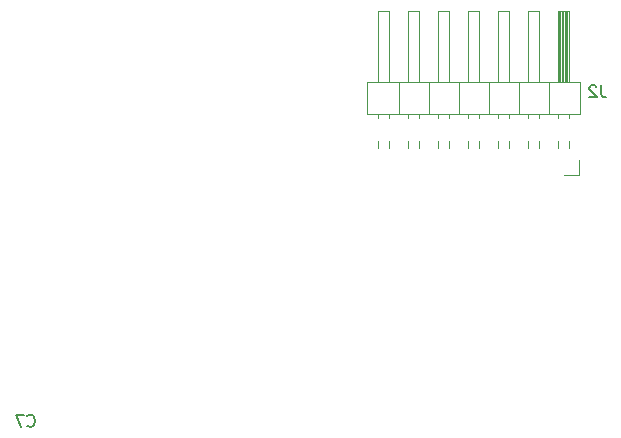
<source format=gbr>
G04 #@! TF.FileFunction,Legend,Bot*
%FSLAX46Y46*%
G04 Gerber Fmt 4.6, Leading zero omitted, Abs format (unit mm)*
G04 Created by KiCad (PCBNEW 4.0.6-e0-6349~52~ubuntu17.04.1) date Thu Jul  6 18:27:12 2017*
%MOMM*%
%LPD*%
G01*
G04 APERTURE LIST*
%ADD10C,0.100000*%
%ADD11C,0.120000*%
%ADD12C,0.150000*%
G04 APERTURE END LIST*
D10*
D11*
X176603000Y-95127000D02*
X173943000Y-95127000D01*
X173943000Y-95127000D02*
X173943000Y-92387000D01*
X173943000Y-92387000D02*
X176603000Y-92387000D01*
X176603000Y-92387000D02*
X176603000Y-95127000D01*
X175653000Y-92387000D02*
X174773000Y-92387000D01*
X174773000Y-92387000D02*
X174773000Y-86387000D01*
X174773000Y-86387000D02*
X175653000Y-86387000D01*
X175653000Y-86387000D02*
X175653000Y-92387000D01*
X175653000Y-95437000D02*
X175653000Y-95127000D01*
X174773000Y-95437000D02*
X174773000Y-95127000D01*
X175653000Y-97977000D02*
X175653000Y-97377000D01*
X174773000Y-97977000D02*
X174773000Y-97377000D01*
X175533000Y-92387000D02*
X175533000Y-86387000D01*
X175413000Y-92387000D02*
X175413000Y-86387000D01*
X175293000Y-92387000D02*
X175293000Y-86387000D01*
X175173000Y-92387000D02*
X175173000Y-86387000D01*
X175053000Y-92387000D02*
X175053000Y-86387000D01*
X174933000Y-92387000D02*
X174933000Y-86387000D01*
X174813000Y-92387000D02*
X174813000Y-86387000D01*
X173943000Y-95127000D02*
X171403000Y-95127000D01*
X171403000Y-95127000D02*
X171403000Y-92387000D01*
X171403000Y-92387000D02*
X173943000Y-92387000D01*
X173943000Y-92387000D02*
X173943000Y-95127000D01*
X173113000Y-92387000D02*
X172233000Y-92387000D01*
X172233000Y-92387000D02*
X172233000Y-86387000D01*
X172233000Y-86387000D02*
X173113000Y-86387000D01*
X173113000Y-86387000D02*
X173113000Y-92387000D01*
X173113000Y-95437000D02*
X173113000Y-95127000D01*
X172233000Y-95437000D02*
X172233000Y-95127000D01*
X173113000Y-97977000D02*
X173113000Y-97377000D01*
X172233000Y-97977000D02*
X172233000Y-97377000D01*
X171403000Y-95127000D02*
X168863000Y-95127000D01*
X168863000Y-95127000D02*
X168863000Y-92387000D01*
X168863000Y-92387000D02*
X171403000Y-92387000D01*
X171403000Y-92387000D02*
X171403000Y-95127000D01*
X170573000Y-92387000D02*
X169693000Y-92387000D01*
X169693000Y-92387000D02*
X169693000Y-86387000D01*
X169693000Y-86387000D02*
X170573000Y-86387000D01*
X170573000Y-86387000D02*
X170573000Y-92387000D01*
X170573000Y-95437000D02*
X170573000Y-95127000D01*
X169693000Y-95437000D02*
X169693000Y-95127000D01*
X170573000Y-97977000D02*
X170573000Y-97377000D01*
X169693000Y-97977000D02*
X169693000Y-97377000D01*
X168863000Y-95127000D02*
X166323000Y-95127000D01*
X166323000Y-95127000D02*
X166323000Y-92387000D01*
X166323000Y-92387000D02*
X168863000Y-92387000D01*
X168863000Y-92387000D02*
X168863000Y-95127000D01*
X168033000Y-92387000D02*
X167153000Y-92387000D01*
X167153000Y-92387000D02*
X167153000Y-86387000D01*
X167153000Y-86387000D02*
X168033000Y-86387000D01*
X168033000Y-86387000D02*
X168033000Y-92387000D01*
X168033000Y-95437000D02*
X168033000Y-95127000D01*
X167153000Y-95437000D02*
X167153000Y-95127000D01*
X168033000Y-97977000D02*
X168033000Y-97377000D01*
X167153000Y-97977000D02*
X167153000Y-97377000D01*
X166323000Y-95127000D02*
X163783000Y-95127000D01*
X163783000Y-95127000D02*
X163783000Y-92387000D01*
X163783000Y-92387000D02*
X166323000Y-92387000D01*
X166323000Y-92387000D02*
X166323000Y-95127000D01*
X165493000Y-92387000D02*
X164613000Y-92387000D01*
X164613000Y-92387000D02*
X164613000Y-86387000D01*
X164613000Y-86387000D02*
X165493000Y-86387000D01*
X165493000Y-86387000D02*
X165493000Y-92387000D01*
X165493000Y-95437000D02*
X165493000Y-95127000D01*
X164613000Y-95437000D02*
X164613000Y-95127000D01*
X165493000Y-97977000D02*
X165493000Y-97377000D01*
X164613000Y-97977000D02*
X164613000Y-97377000D01*
X163783000Y-95127000D02*
X161243000Y-95127000D01*
X161243000Y-95127000D02*
X161243000Y-92387000D01*
X161243000Y-92387000D02*
X163783000Y-92387000D01*
X163783000Y-92387000D02*
X163783000Y-95127000D01*
X162953000Y-92387000D02*
X162073000Y-92387000D01*
X162073000Y-92387000D02*
X162073000Y-86387000D01*
X162073000Y-86387000D02*
X162953000Y-86387000D01*
X162953000Y-86387000D02*
X162953000Y-92387000D01*
X162953000Y-95437000D02*
X162953000Y-95127000D01*
X162073000Y-95437000D02*
X162073000Y-95127000D01*
X162953000Y-97977000D02*
X162953000Y-97377000D01*
X162073000Y-97977000D02*
X162073000Y-97377000D01*
X161243000Y-95127000D02*
X158583000Y-95127000D01*
X158583000Y-95127000D02*
X158583000Y-92387000D01*
X158583000Y-92387000D02*
X161243000Y-92387000D01*
X161243000Y-92387000D02*
X161243000Y-95127000D01*
X160413000Y-92387000D02*
X159533000Y-92387000D01*
X159533000Y-92387000D02*
X159533000Y-86387000D01*
X159533000Y-86387000D02*
X160413000Y-86387000D01*
X160413000Y-86387000D02*
X160413000Y-92387000D01*
X160413000Y-95437000D02*
X160413000Y-95127000D01*
X159533000Y-95437000D02*
X159533000Y-95127000D01*
X160413000Y-97977000D02*
X160413000Y-97377000D01*
X159533000Y-97977000D02*
X159533000Y-97377000D01*
X175213000Y-100217000D02*
X176483000Y-100217000D01*
X176483000Y-100217000D02*
X176483000Y-98947000D01*
D12*
X129817166Y-121469143D02*
X129864785Y-121516762D01*
X130007642Y-121564381D01*
X130102880Y-121564381D01*
X130245738Y-121516762D01*
X130340976Y-121421524D01*
X130388595Y-121326286D01*
X130436214Y-121135810D01*
X130436214Y-120992952D01*
X130388595Y-120802476D01*
X130340976Y-120707238D01*
X130245738Y-120612000D01*
X130102880Y-120564381D01*
X130007642Y-120564381D01*
X129864785Y-120612000D01*
X129817166Y-120659619D01*
X129483833Y-120564381D02*
X128817166Y-120564381D01*
X129245738Y-121564381D01*
X178387333Y-92670381D02*
X178387333Y-93384667D01*
X178434953Y-93527524D01*
X178530191Y-93622762D01*
X178673048Y-93670381D01*
X178768286Y-93670381D01*
X177958762Y-92765619D02*
X177911143Y-92718000D01*
X177815905Y-92670381D01*
X177577809Y-92670381D01*
X177482571Y-92718000D01*
X177434952Y-92765619D01*
X177387333Y-92860857D01*
X177387333Y-92956095D01*
X177434952Y-93098952D01*
X178006381Y-93670381D01*
X177387333Y-93670381D01*
M02*

</source>
